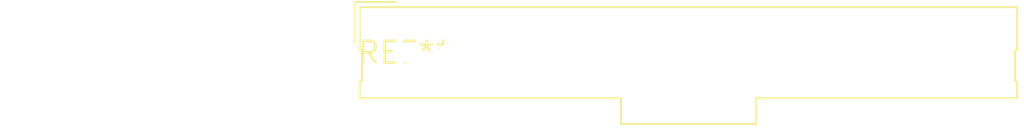
<source format=kicad_pcb>
(kicad_pcb (version 20240108) (generator pcbnew)
  (layers (0 "F.Cu" signal) (31 "B.Cu" signal) (34 "B.Paste" user) (35 "F.Paste" user) (36 "B.SilkS" user "B.Silkscreen") (37 "F.SilkS" user "F.Silkscreen") (38 "B.Mask" user) (39 "F.Mask" user) (44 "Edge.Cuts" user))
  (net 0 "")
  (footprint "Molex_SL_171971-0014_1x14_P2.54mm_Vertical" (layer "F.Cu") (at 0 0)
    (property "Reference" "REF**")
    (property "Value" "Molex_SL_171971-0014_1x14_P2.54mm_Vertical")
    (fp_line (start -2.91 -2.96) (end -0.5 -2.96) (layer "F.SilkS") (stroke (width 0.12)))
    (fp_line (start -2.91 -0.55) (end -2.91 -2.96) (layer "F.SilkS") (stroke (width 0.12)))
    (fp_line (start -2.61 -2.66) (end -2.61 -0.13) (layer "F.SilkS") (stroke (width 0.12)))
    (fp_line (start -2.61 -0.13) (end -2.48 -0.13) (layer "F.SilkS") (stroke (width 0.12)))
    (fp_line (start -2.61 1.68) (end -2.61 2.66) (layer "F.SilkS") (stroke (width 0.12)))
    (fp_line (start -2.61 2.66) (end 12.59 2.66) (layer "F.SilkS") (stroke (width 0.12)))
    (fp_line (start -2.48 -0.13) (end -2.48 1.68) (layer "F.SilkS") (stroke (width 0.12)))
    (fp_line (start -2.48 1.68) (end -2.61 1.68) (layer "F.SilkS") (stroke (width 0.12)))
    (fp_line (start 12.59 2.66) (end 12.59 4.16) (layer "F.SilkS") (stroke (width 0.12)))
    (fp_line (start 12.59 4.16) (end 20.43 4.16) (layer "F.SilkS") (stroke (width 0.12)))
    (fp_line (start 20.43 2.66) (end 35.63 2.66) (layer "F.SilkS") (stroke (width 0.12)))
    (fp_line (start 20.43 4.16) (end 20.43 2.66) (layer "F.SilkS") (stroke (width 0.12)))
    (fp_line (start 35.5 -0.13) (end 35.63 -0.13) (layer "F.SilkS") (stroke (width 0.12)))
    (fp_line (start 35.5 1.68) (end 35.5 -0.13) (layer "F.SilkS") (stroke (width 0.12)))
    (fp_line (start 35.63 -2.66) (end -2.61 -2.66) (layer "F.SilkS") (stroke (width 0.12)))
    (fp_line (start 35.63 -0.13) (end 35.63 -2.66) (layer "F.SilkS") (stroke (width 0.12)))
    (fp_line (start 35.63 1.68) (end 35.5 1.68) (layer "F.SilkS") (stroke (width 0.12)))
    (fp_line (start 35.63 2.66) (end 35.63 1.68) (layer "F.SilkS") (stroke (width 0.12)))
    (pad "1" thru_hole roundrect (at 0 0) (size 1.74 1.74) (drill 1.09) (layers *.Cu *.Mask) (remove_unused_layers) (roundrect_rratio 0.143678))
    (pad "2" thru_hole circle (at 2.54 0) (size 1.74 1.74) (drill 1.09) (layers *.Cu *.Mask) (remove_unused_layers))
    (pad "3" thru_hole circle (at 5.08 0) (size 1.74 1.74) (drill 1.09) (layers *.Cu *.Mask) (remove_unused_layers))
    (pad "4" thru_hole circle (at 7.62 0) (size 1.74 1.74) (drill 1.09) (layers *.Cu *.Mask) (remove_unused_layers))
    (pad "5" thru_hole circle (at 10.16 0) (size 1.74 1.74) (drill 1.09) (layers *.Cu *.Mask) (remove_unused_layers))
    (pad "6" thru_hole circle (at 12.7 0) (size 1.74 1.74) (drill 1.09) (layers *.Cu *.Mask) (remove_unused_layers))
    (pad "7" thru_hole circle (at 15.24 0) (size 1.74 1.74) (drill 1.09) (layers *.Cu *.Mask) (remove_unused_layers))
    (pad "8" thru_hole circle (at 17.78 0) (size 1.74 1.74) (drill 1.09) (layers *.Cu *.Mask) (remove_unused_layers))
    (pad "9" thru_hole circle (at 20.32 0) (size 1.74 1.74) (drill 1.09) (layers *.Cu *.Mask) (remove_unused_layers))
    (pad "10" thru_hole circle (at 22.86 0) (size 1.74 1.74) (drill 1.09) (layers *.Cu *.Mask) (remove_unused_layers))
    (pad "11" thru_hole circle (at 25.4 0) (size 1.74 1.74) (drill 1.09) (layers *.Cu *.Mask) (remove_unused_layers))
    (pad "12" thru_hole circle (at 27.94 0) (size 1.74 1.74) (drill 1.09) (layers *.Cu *.Mask) (remove_unused_layers))
    (pad "13" thru_hole circle (at 30.48 0) (size 1.74 1.74) (drill 1.09) (layers *.Cu *.Mask) (remove_unused_layers))
    (pad "14" thru_hole circle (at 33.02 0) (size 1.74 1.74) (drill 1.09) (layers *.Cu *.Mask) (remove_unused_layers))
  )
)
</source>
